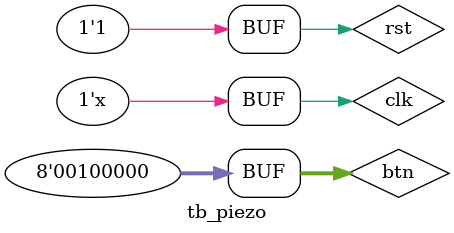
<source format=v>
`timescale 1us / 1ns


module tb_piezo();

reg clk, rst;
reg[7:0] btn;
wire piezo;

piezo P1(clk, rst, btn, piezo);

initial begin
    clk <= 0; rst <= 1; btn <= 8'b00000000;#1e+6;
    rst <= 0; #1e+6
    rst <= 1; #1e+6
    btn <= 8'b00000010; #1e+6
    btn <= 8'b00100000; 
end

always begin
    #0.5 clk <= ~clk;
end

endmodule

</source>
